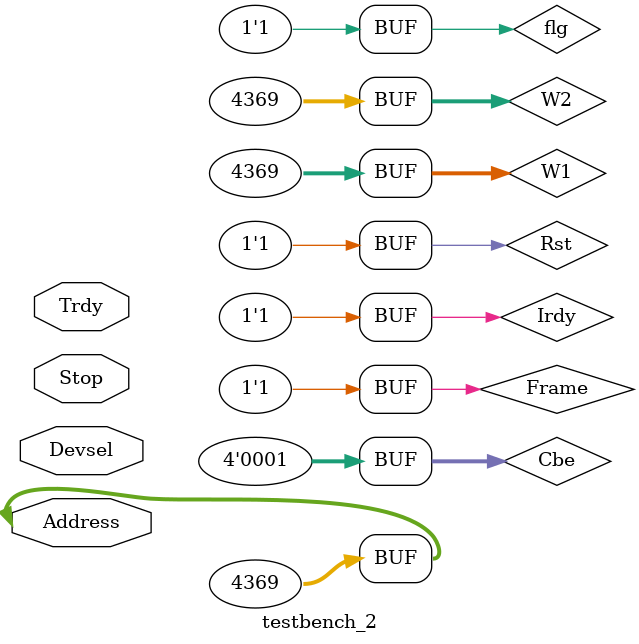
<source format=v>
module testbench_2(Trdy, Devsel, Stop, Address);
    reg[31:0] W2, Mem[0:7];
    clk c1(Clk);
    inout [31:0]Address;
    input Stop, Devsel, Trdy;
    reg [3:0] Cbe;
    reg flg, Rst, Frame, Irdy;
    wire[31:0] W1;
    PCI p1(Clk, Rst, Frame, Irdy, Trdy, Address, Cbe, Devsel, Stop);
    assign Address = flg? W2 : 32'hzzzzzzzz;
    assign W1 = flg? Address : 32'hzzzzzzzz;
    //Beginig Testbench 
    initial begin
	$dumpfile("testbench.vcd");
	$dumpvars(0, testbench);
        Rst <= 1'b1;
        #20
            Rst <= 1'b0;
            Frame <= 1'b1;
        #20
	    flg <= 1'b1;
            Rst <= 1'b1;
            Frame <= 1'b0;
            W2 <= 32'h00001F40; //Not Our PCI Device
            Cbe <= 4'b0011; // Read Operation
	    #20
            Frame <= 1'b0;
	    Irdy <= 1'b0;
	    W2 <= 32'h11111000;
		Cbe <= 4'b1011;
		 Frame <= 1'b1;
	#20
	    W2 <= 32'h00001111;
	    Cbe <= 4'b0001;
	    Irdy <= 1'b1;
    end
endmodule

</source>
